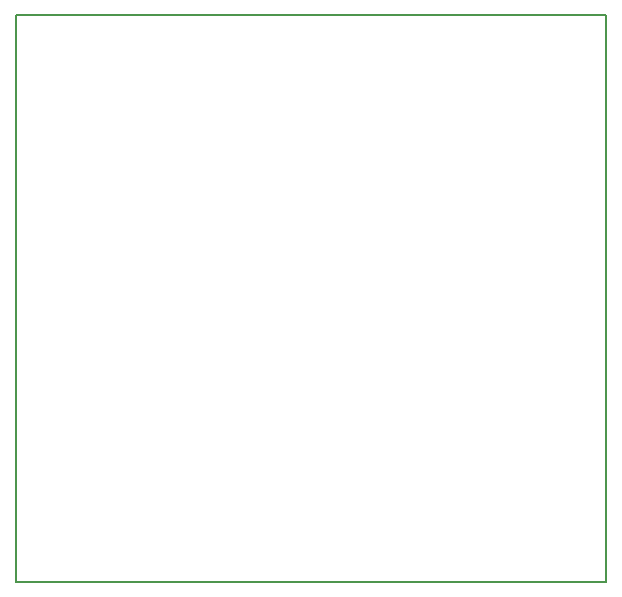
<source format=gm1>
G04 #@! TF.GenerationSoftware,KiCad,Pcbnew,5.0.2+dfsg1-1~bpo9+1*
G04 #@! TF.CreationDate,2019-05-11T00:02:52+03:00*
G04 #@! TF.ProjectId,dled-esp32-controller,646c6564-2d65-4737-9033-322d636f6e74,rev?*
G04 #@! TF.SameCoordinates,Original*
G04 #@! TF.FileFunction,Profile,NP*
%FSLAX46Y46*%
G04 Gerber Fmt 4.6, Leading zero omitted, Abs format (unit mm)*
G04 Created by KiCad (PCBNEW 5.0.2+dfsg1-1~bpo9+1) date Sb 11 mai 2019 00:02:52 +0300*
%MOMM*%
%LPD*%
G01*
G04 APERTURE LIST*
%ADD10C,0.150000*%
G04 APERTURE END LIST*
D10*
X75000000Y-52000000D02*
X25000000Y-52000000D01*
X75000000Y-100000000D02*
X25000000Y-100000000D01*
X75000000Y-100000000D02*
X75000000Y-52000000D01*
X25000000Y-100000000D02*
X25000000Y-52000000D01*
M02*

</source>
